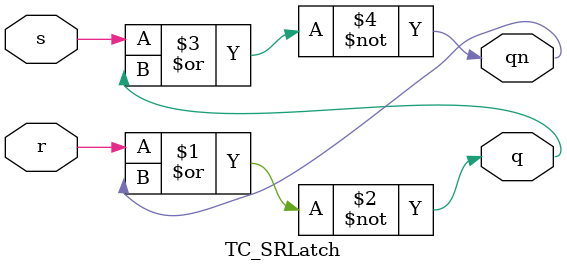
<source format=v>
module TC_SRLatch (s, r, q, qn);
    input s;
    input r;
    output q;
    output qn;
    
    assign q = ~(r | qn);
    assign qn = ~(s | q);
endmodule


</source>
